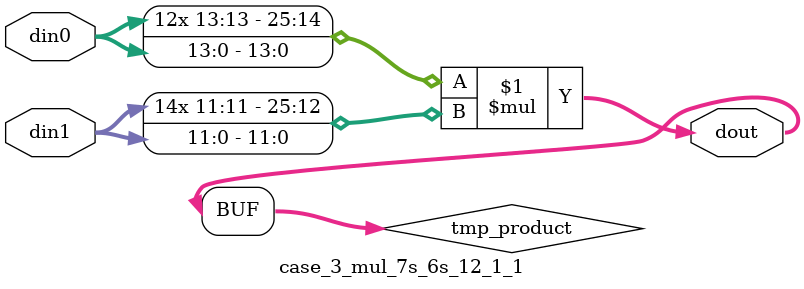
<source format=v>

`timescale 1 ns / 1 ps

 module case_3_mul_7s_6s_12_1_1(din0, din1, dout);
parameter ID = 1;
parameter NUM_STAGE = 0;
parameter din0_WIDTH = 14;
parameter din1_WIDTH = 12;
parameter dout_WIDTH = 26;

input [din0_WIDTH - 1 : 0] din0; 
input [din1_WIDTH - 1 : 0] din1; 
output [dout_WIDTH - 1 : 0] dout;

wire signed [dout_WIDTH - 1 : 0] tmp_product;



























assign tmp_product = $signed(din0) * $signed(din1);








assign dout = tmp_product;





















endmodule

</source>
